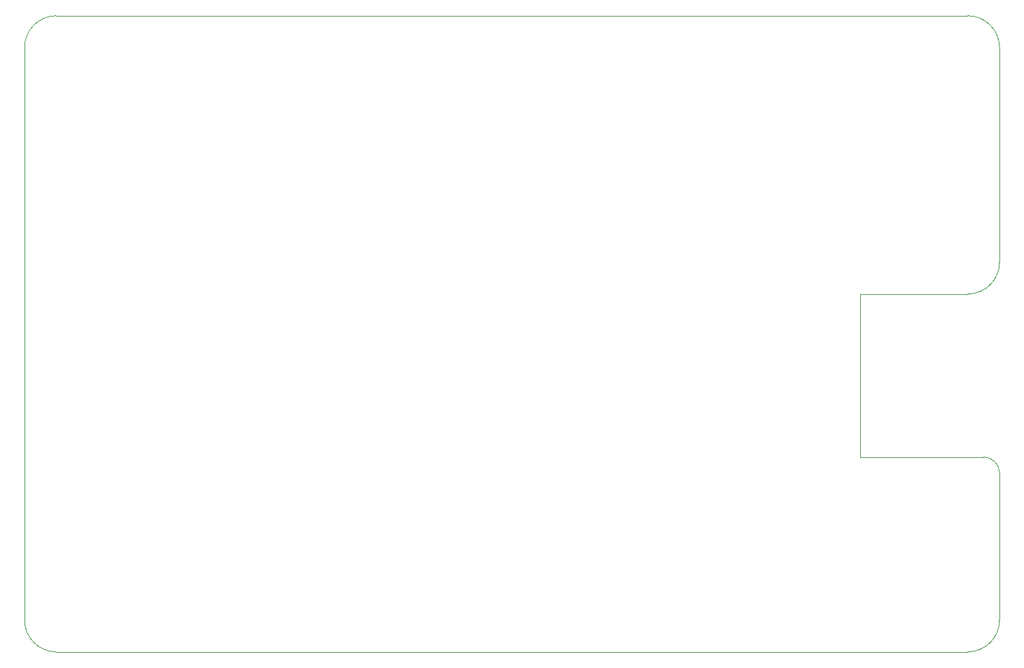
<source format=gbr>
%TF.GenerationSoftware,KiCad,Pcbnew,(5.1.7)-1*%
%TF.CreationDate,2020-11-30T14:39:19-06:00*%
%TF.ProjectId,2021_Rev1,32303231-5f52-4657-9631-2e6b69636164,rev?*%
%TF.SameCoordinates,Original*%
%TF.FileFunction,Profile,NP*%
%FSLAX46Y46*%
G04 Gerber Fmt 4.6, Leading zero omitted, Abs format (unit mm)*
G04 Created by KiCad (PCBNEW (5.1.7)-1) date 2020-11-30 14:39:19*
%MOMM*%
%LPD*%
G01*
G04 APERTURE LIST*
%TA.AperFunction,Profile*%
%ADD10C,0.050000*%
%TD*%
G04 APERTURE END LIST*
D10*
X896620000Y178562000D02*
X896620000Y174498000D01*
X1021080000Y178562000D02*
X1021080000Y174498000D01*
X896620000Y241046000D02*
G75*
G02*
X900684000Y245110000I4064000J0D01*
G01*
X1017016000Y245110000D02*
G75*
G02*
X1021080000Y241046000I0J-4064000D01*
G01*
X1021080000Y213614000D02*
G75*
G02*
X1017016000Y209550000I-4064000J0D01*
G01*
X900684000Y163830000D02*
G75*
G02*
X896620000Y167894000I0J4064000D01*
G01*
X1021080000Y167894000D02*
G75*
G02*
X1017016000Y163830000I-4064000J0D01*
G01*
X1021080000Y174498000D02*
X1021080000Y167894000D01*
X1003300000Y188722000D02*
X1019048000Y188722000D01*
X1003300000Y209550000D02*
X1003300000Y188722000D01*
X1017016000Y209550000D02*
X1003300000Y209550000D01*
X1021080000Y241046000D02*
X1021080000Y213614000D01*
X900684000Y245110000D02*
X1017016000Y245110000D01*
X896620000Y178562000D02*
X896620000Y241046000D01*
X896620000Y167894000D02*
X896620000Y174498000D01*
X1017016000Y163830000D02*
X900684000Y163830000D01*
X1021080000Y186690000D02*
X1021080000Y178562000D01*
X1019048000Y188722000D02*
G75*
G02*
X1021080000Y186690000I0J-2032000D01*
G01*
M02*

</source>
